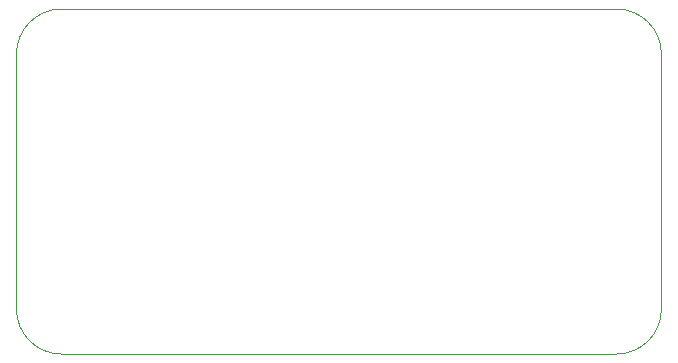
<source format=gm1>
%TF.GenerationSoftware,KiCad,Pcbnew,(5.1.12)-1*%
%TF.CreationDate,2021-11-13T04:14:36-08:00*%
%TF.ProjectId,techdemo,74656368-6465-46d6-9f2e-6b696361645f,rev?*%
%TF.SameCoordinates,Original*%
%TF.FileFunction,Profile,NP*%
%FSLAX46Y46*%
G04 Gerber Fmt 4.6, Leading zero omitted, Abs format (unit mm)*
G04 Created by KiCad (PCBNEW (5.1.12)-1) date 2021-11-13 04:14:36*
%MOMM*%
%LPD*%
G01*
G04 APERTURE LIST*
%TA.AperFunction,Profile*%
%ADD10C,0.050000*%
%TD*%
G04 APERTURE END LIST*
D10*
X140970000Y-82550000D02*
X140970000Y-104140000D01*
X191770000Y-78740000D02*
X144780000Y-78740000D01*
X195580000Y-104140000D02*
X195580000Y-82550000D01*
X144780000Y-107950000D02*
X191770000Y-107950000D01*
X144780000Y-107950000D02*
G75*
G02*
X140970000Y-104140000I0J3810000D01*
G01*
X195580000Y-104140000D02*
G75*
G02*
X191770000Y-107950000I-3810000J0D01*
G01*
X191770000Y-78740000D02*
G75*
G02*
X195580000Y-82550000I0J-3810000D01*
G01*
X140970000Y-82550000D02*
G75*
G02*
X144780000Y-78740000I3810000J0D01*
G01*
M02*

</source>
